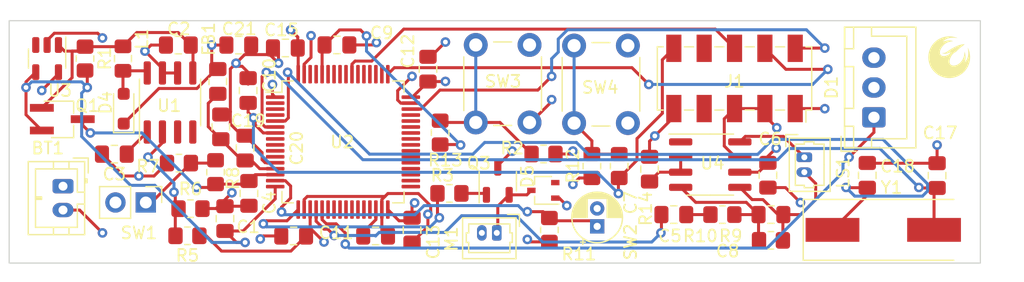
<source format=kicad_pcb>
(kicad_pcb (version 20221018) (generator pcbnew)
  (layers (0 "F.Cu" signal) (1 "In1.Cu" signal) (2 "In2.Cu" signal) (31 "B.Cu" signal) (34 "B.Paste" user) (35 "F.Paste" user) (36 "B.SilkS" user "B.Silkscreen") (37 "F.SilkS" user "F.Silkscreen") (38 "B.Mask" user) (39 "F.Mask" user) (44 "Edge.Cuts" user))
  (net 0 "")
  (net 1 "Net-(U4-Vo-)")
  (net 2 "Net-(U4-Vo+)")
  (net 3 "/LED")
  (net 4 "GND")
  (net 5 "Net-(U2-PH1)")
  (net 6 "Net-(Q3-G)")
  (net 7 "Net-(U2-PH0)")
  (net 8 "+3V8")
  (net 9 "+3V0")
  (net 10 "/on_off_switch")
  (net 11 "/Motor")
  (net 12 "/Speaker")
  (net 13 "Net-(R7-Pad1)")
  (net 14 "/Switch")
  (net 15 "Net-(U4-In-)")
  (net 16 "Net-(C5-Pad2)")
  (net 17 "Net-(U1-VC)")
  (net 18 "Net-(U1-FB)")
  (net 21 "Net-(D4-A)")
  (net 22 "/boot0")
  (net 26 "VDDA")
  (net 27 "/NRST")
  (net 32 "Net-(U2-VCAP_1)")
  (net 35 "Net-(R13-Pad1)")
  (net 36 "Net-(R12-Pad2)")
  (net 37 "/Shake")
  (net 59 "/SWDIO")
  (net 60 "/SWCLK")
  (net 66 "/SWO")
  (net 74 "VDD")
  (net 76 "Net-(U4-Bypass)")
  (net 78 "Net-(D5-K)")
  (footprint "Capacitor_SMD:C_0805_2012Metric_Pad1.18x1.45mm_HandSolder" (layer "F.Cu") (at 193.36 69.077 90)
    (fp_text reference "C7")
    (fp_text value "2.2u")
  )
  (footprint "Capacitor_SMD:C_0805_2012Metric_Pad1.18x1.45mm_HandSolder" (layer "F.Cu") (at 163.576 74.676 180)
    (fp_text reference "C14" hide)
    (fp_text value ".1uF")
  )
  (footprint "Button_Switch_THT:SW_PUSH_6mm" (layer "F.Cu") (at 191.546 58.715 -90)
    (fp_text reference "SW4")
    (fp_text value "SW_Push")
  )
  (footprint "Capacitor_SMD:C_0805_2012Metric_Pad1.18x1.45mm_HandSolder" (layer "F.Cu") (at 157.226 61.722 90)
    (fp_text reference "FB1")
    (fp_text value "FerriteBead")
  )
  (footprint "Connector_Molex:Molex_PicoBlade_53047-0210_1x02_P1.25mm_Vertical" (layer "F.Cu") (at 206.314 68.081 -90)
    (fp_text reference "LS1")
    (fp_text value "Speaker")
  )
  (footprint "Resistor_SMD:R_0805_2012Metric_Pad1.20x1.40mm_HandSolder" (layer "F.Cu") (at 190.82 68.818 -90)
    (fp_text reference "R14")
    (fp_text value "1k")
  )
  (footprint "Resistor_SMD:R_0805_2012Metric_Pad1.20x1.40mm_HandSolder" (layer "F.Cu") (at 176.612 71.109)
    (fp_text reference "R3")
    (fp_text value "10k")
  )
  (footprint "Capacitor_SMD:C_0805_2012Metric_Pad1.18x1.45mm_HandSolder" (layer "F.Cu") (at 159.512 67.31 90)
    (fp_text reference "C20")
    (fp_text value "1uF")
  )
  (footprint "Resistor_SMD:R_0805_2012Metric_Pad1.20x1.40mm_HandSolder" (layer "F.Cu") (at 199.456 72.887)
    (fp_text reference "R10")
    (fp_text value "10k")
  )
  (footprint "Capacitor_SMD:C_0805_2012Metric_Pad1.18x1.45mm_HandSolder" (layer "F.Cu") (at 159.832 71.109 -90)
    (fp_text reference "C4")
    (fp_text value "1uF")
  )
  (footprint "Diode_SMD:D_SOD-323_HandSoldering" (layer "F.Cu") (at 149.352 64.008 90)
    (fp_text reference "D4")
    (fp_text value "D_Schottky")
  )
  (footprint "Capacitor_SMD:C_0805_2012Metric_Pad1.18x1.45mm_HandSolder" (layer "F.Cu") (at 173.482 74.1895 -90)
    (fp_text reference "C13")
    (fp_text value ".1uF")
  )
  (footprint "Capacitor_SMD:C_0805_2012Metric_Pad1.18x1.45mm_HandSolder" (layer "F.Cu") (at 217.424 69.6175 90)
    (fp_text reference "C17")
    (fp_text value "20pF")
  )
  (footprint "Package_SO:SOIC-8_3.9x4.9mm_P1.27mm" (layer "F.Cu") (at 153.228 63.489 90)
    (fp_text reference "U1")
    (fp_text value "LT1377CS8")
  )
  (footprint "Capacitor_SMD:C_0805_2012Metric_Pad1.18x1.45mm_HandSolder" (layer "F.Cu") (at 170.434 74.676)
    (fp_text reference "C11")
    (fp_text value "2.2u")
  )
  (footprint "Resistor_SMD:R_0805_2012Metric_Pad1.20x1.40mm_HandSolder" (layer "F.Cu") (at 203.52 75.046)
    (fp_text reference "R9")
    (fp_text value "50k")
  )
  (footprint "Package_QFP:LQFP-64_10x10mm_P0.5mm" (layer "F.Cu") (at 167.706 66.791)
    (fp_text reference "U2")
    (fp_text value "STM32F446RETx")
  )
  (footprint "Resistor_SMD:R_0805_2012Metric_Pad1.20x1.40mm_HandSolder" (layer "F.Cu") (at 175.834 66.013 -90)
    (fp_text reference "R13")
    (fp_text value "1k")
  )
  (footprint "Package_TO_SOT_SMD:SOT-23-3" (layer "F.Cu") (at 180.66 70.093 90)
    (fp_text reference "Q3")
    (fp_text value "Q_NMOS_GSD")
  )
  (footprint "Capacitor_THT:CP_Radial_D4.0mm_P1.50mm" (layer "F.Cu") (at 188.976 73.8746 90)
    (fp_text reference "SW2")
    (fp_text value "SW_DIP_x01")
  )
  (footprint "Resistor_SMD:R_0805_2012Metric_Pad1.20x1.40mm_HandSolder" (layer "F.Cu") (at 154.94 72.39)
    (fp_text reference "R6")
    (fp_text value "6.19k")
  )
  (footprint "Button_Switch_THT:SW_PUSH_6mm" (layer "F.Cu") (at 178.816 65.163 90)
    (fp_text reference "SW3")
    (fp_text value "SW_Push")
  )
  (footprint "Capacitor_SMD:C_0805_2012Metric_Pad1.18x1.45mm_HandSolder" (layer "F.Cu") (at 167.198 58.663)
    (fp_text reference "C9")
    (fp_text value "1uF")
  )
  (footprint "Capacitor_SMD:C_0805_2012Metric_Pad1.18x1.45mm_HandSolder" (layer "F.Cu") (at 211.582 69.596 90)
    (fp_text reference "C18")
    (fp_text value "20pF")
  )
  (footprint "Resistor_SMD:R_0805_2012Metric_Pad1.20x1.40mm_HandSolder" (layer "F.Cu") (at 157.038 69.331 -90)
    (fp_text reference "R8")
    (fp_text value "1k")
  )
  (footprint "Connector_Molex:Molex_PicoBlade_53047-0210_1x02_P1.25mm_Vertical" (layer "F.Cu") (at 180.574 74.422 180)
    (fp_text reference "M1")
    (fp_text value "Motor_DC")
  )
  (footprint "Resistor_SMD:R_0805_2012Metric_Pad1.20x1.40mm_HandSolder" (layer "F.Cu") (at 154.686 74.665 180)
    (fp_text reference "R5")
    (fp_text value "12k")
  )
  (footprint "Package_TO_SOT_SMD:SOT-23-5" (layer "F.Cu") (at 142.941 59.806 -90)
    (fp_text reference "U3")
    (fp_text value "AP22814AW5")
  )
  (footprint "Capacitor_SMD:C_0805_2012Metric_Pad1.18x1.45mm_HandSolder" (layer "F.Cu") (at 174.818 60.695 90)
    (fp_text reference "C12")
    (fp_text value ".1uF")
  )
  (footprint "Capacitor_SMD:C_0805_2012Metric_Pad1.18x1.45mm_HandSolder" (layer "F.Cu") (at 203.266 69.585 -90)
    (fp_text reference "C6")
    (fp_text value "1u")
  )
  (footprint "Package_TO_SOT_SMD:TSOT-23_HandSoldering" (layer "F.Cu") (at 144.211 64.886)
    (fp_text reference "Q1")
    (fp_text value "Q_PMOS_GSD")
  )
  (footprint "Resistor_SMD:R_0805_2012Metric_Pad1.20x1.40mm_HandSolder" (layer "F.Cu") (at 153.974 68.569 180)
    (fp_text reference "R7")
    (fp_text value "10k")
  )
  (footprint "Resistor_SMD:R_0805_2012Metric_Pad1.20x1.40mm_HandSolder" (layer "F.Cu") (at 184.978 74.173 -90)
    (fp_text reference "R11")
    (fp_text value "10k")
  )
  (footprint "Connector_JST:JST_XH_B3B-XH-A_1x03_P2.50mm_Vertical" (layer "F.Cu") (at 212.139 64.73 90)
    (fp_text reference "D1")
    (fp_text value "~")
  )
  (footprint "Inductor_SMD:L_0805_2012Metric_Pad1.15x1.40mm_HandSolder" (layer "F.Cu") (at 149.291 59.806 -90)
    (fp_text reference "L1")
    (fp_text value "4.7u")
  )
  (footprint "Capacitor_SMD:C_0805_2012Metric_Pad1.18x1.45mm_HandSolder" (layer "F.Cu") (at 157.828637 73.22324 90)
    (fp_text reference "C1")
    (fp_text value "1uF")
  )
  (footprint "Connector_PinHeader_2.54mm:PinHeader_1x02_P2.54mm_Vertical" (layer "F.Cu") (at 151.201 71.871 -90)
    (fp_text reference "SW1")
    (fp_text value "SW_Push")
  )
  (footprint "Connector_Samtec_HLE_SMD:Samtec_HLE-105-02-xxx-DV_2x05_P2.54mm_Horizontal" (layer "F.Cu") (at 200.472 61.472 180)
    (fp_text reference "J1")
    (fp_text value "Conn_ARM_JTAG_SWD_10")
  )
  (footprint "Resistor_SMD:R_0805_2012Metric_Pad1.20x1.40mm_HandSolder" (layer "F.Cu") (at 184.486 67.807)
    (fp_text reference "R2")
    (fp_text value "10k")
  )
  (footprint "Capacitor_SMD:C_0805_2012Metric_Pad1.18x1.45mm_HandSolder" (layer "F.Cu") (at 159.766 62.484 -90)
    (fp_text reference "C10")
    (fp_text value "1uF")
  )
  (footprint "Capacitor_SMD:C_0805_2012Metric_Pad1.18x1.45mm_HandSolder" (layer "F.Cu") (at 162.88 58.917 180)
    (fp_text reference "C15")
    (fp_text value ".1uF")
  )
  (footprint "Crystal:Crystal_SMD_HC49-SD" (layer "F.Cu") (at 212.92 74.168)
    (fp_text reference "Y1")
    (fp_text value "Crystal")
  )
  (footprint "Capacitor_SMD:C_0805_2012Metric_Pad1.18x1.45mm_HandSolder" (layer "F.Cu") (at 203.52 72.887 180)
    (fp_text reference "C8")
    (fp_text value "5p")
  )
  (footprint "Capacitor_SMD:C_0805_2012Metric_Pad1.18x1.45mm_HandSolder" (layer "F.Cu") (at 195.392 72.887)
    (fp_text reference "C5")
    (fp_text value ".47u")
  )
  (footprint "Resistor_SMD:R_0805_2012Metric_Pad1.20x1.40mm_HandSolder" (layer "F.Cu") (at 188.534 68.818 90)
    (fp_text reference "R12")
    (fp_text value "10k")
  )
  (footprint "Capacitor_SMD:C_0805_2012Metric_Pad1.18x1.45mm_HandSolder" (layer "F.Cu") (at 148.5685 67.818 180)
    (fp_text reference "C3")
    (fp_text value ".047u")
  )
  (footprint "Package_TO_SOT_SMD:SOT-323_SC-70" (layer "F.Cu") (at 184.47 70.855 180)
    (fp_text reference "D5")
    (fp_text value "BAS16W")
  )
  (footprint "Capacitor_SMD:C_0805_2012Metric_Pad1.18x1.45mm_HandSolder" (layer "F.Cu") (at 157.48 65.532 90)
    (fp_text reference "C19")
    (fp_text value "10nF")
  )
  (footprint "Resistor_SMD:R_0805_2012Metric_Pad1.20x1.40mm_HandSolder" (layer "F.Cu") (at 146.116 59.806 -90)
    (fp_text reference "R1")
    (fp_text value "2k")
  )
  (footprint "Capacitor_SMD:C_0805_2012Metric_Pad1.18x1.45mm_HandSolder" (layer "F.Cu") (at 153.924 58.674 180)
    (fp_text reference "C2")
    (fp_text value "22u")
  )
  (footprint "Graphics:Phoenix_Graphic" (layer "F.Cu") (at 218.44 59.69)
    (fp_text reference "REF**" hide)
    (fp_text value "Phoenix_Graphic")
  )
  (footprint "Package_SO:SOIC-8_3.9x4.9mm_P1.27mm" (layer "F.Cu") (at 198.44 68.696)
    (fp_text reference "U4")
    (fp_text value "~")
  )
  (footprint "Capacitor_SMD:C_0805_2012Metric_Pad1.18x1.45mm_HandSolder" (layer "F.Cu") (at 158.9825 58.674)
    (fp_text reference "C21")
    (fp_text value "1uF")
  )
  (footprint "Connector_JST:JST_PH_B2B-PH-K_1x02_P2.00mm_Vertical" (layer "F.Cu") (at 144.272 70.506 -90)
    (fp_text reference "BT1")
    (fp_text value "Battery_Cell")
  )
  (gr_rect (start 139.766 56.631) (end 221.046 76.951) (stroke (width 0.1)) (fill none) (layer "Edge.Cuts"))
  (segment (start 200.915 66.791) (end 201.375 66.331) (width 0.25) (layer "F.Cu") (net 1))
  (segment (start 204.564 66.331) (end 206.314 68.081) (width 0.25) (layer "F.Cu") (net 1))
  (segment (start 201.375 66.331) (end 204.564 66.331) (width 0.25) (layer "F.Cu") (net 1))
  (segment (start 204.5575 72.887) (end 206.005 72.887) (width 0.25) (layer "F.Cu") (net 2))
  (segment (start 201.942 71.628) (end 200.915 70.601) (width 0.25) (layer "F.Cu") (net 2))
  (segment (start 204.52 72.9245) (end 204.5575 72.887) (width 0.25) (layer "F.Cu") (net 2))
  (segment (start 207.264 71.628) (end 207.264 70.281) (width 0.25) (layer "F.Cu") (net 2))
  (segment (start 207.264 70.281) (end 206.314 69.331) (width 0.25) (layer "F.Cu") (net 2))
  (segment (start 204.52 75.046) (end 204.52 72.9245) (width 0.25) (layer "F.Cu") (net 2))
  (segment (start 202.849173 71.628) (end 201.942 71.628) (width 0.25) (layer "F.Cu") (net 2))
  (segment (start 204.108173 72.887) (end 202.849173 71.628) (width 0.25) (layer "F.Cu") (net 2))
  (segment (start 204.5575 72.887) (end 204.108173 72.887) (width 0.25) (layer "F.Cu") (net 2))
  (segment (start 206.005 72.887) (end 207.264 71.628) (width 0.25) (layer "F.Cu") (net 2))
  (segment (start 167.132 73.66) (end 166.309315 73.66) (width 0.25) (layer "F.Cu") (net 3))
  (segment (start 165.956 73.306685) (end 165.956 72.466) (width 0.25) (layer "F.Cu") (net 3))
  (segment (start 167.894 74.422) (end 167.132 73.66) (width 0.25) (layer "F.Cu") (net 3))
  (segment (start 210.058 68.072) (end 212.139 65.991) (width 0.25) (layer "F.Cu") (net 3))
  (segment (start 166.309315 73.66) (end 165.956 73.306685) (width 0.25) (layer "F.Cu") (net 3))
  (segment (start 212.139 65.991) (end 212.139 64.973) (width 0.25) (layer "F.Cu") (net 3))
  (segment (start 167.894 75.362777) (end 167.894 74.422) (width 0.25) (layer "F.Cu") (net 3))
  (via (at 210.058 68.072) (size 0.8) (drill 0.4) (layers "F.Cu" "B.Cu") (net 3))
  (via (at 167.894 75.362777) (size 0.8) (drill 0.4) (layers "F.Cu" "B.Cu") (net 3))
  (segment (start 209.55 69.342707) (end 209.55 68.58) (width 0.25) (layer "B.Cu") (net 3))
  (segment (start 167.894 75.362777) (end 168.223223 75.692) (width 0.25) (layer "B.Cu") (net 3))
  (segment (start 209.55 68.58) (end 210.058 68.072) (width 0.25) (layer "B.Cu") (net 3))
  (segment (start 203.200707 75.692) (end 209.55 69.342707) (width 0.25) (layer "B.Cu") (net 3))
  (segment (start 168.223223 75.692) (end 203.200707 75.692) (width 0.25) (layer "B.Cu") (net 3))
  (segment (start 164.456 71.625315) (end 164.715315 71.366) (width 0.25) (layer "F.Cu") (net 4))
  (segment (start 151.638 58.674) (end 151.13 59.182) (width 0.25) (layer "F.Cu") (net 4))
  (segment (start 160.931 67.6915) (end 160.931 68.281685) (width 0.25) (layer "F.Cu") (net 4))
  (segment (start 203.012 63.997) (end 203.012 64.61029) (width 0.25) (layer "F.Cu") (net 4))
  (segment (start 145.658 72.506) (end 147.574 74.422) (width 0.25) (layer "F.Cu") (net 4))
  (segment (start 142.941 58.284249) (end 142.941 58.6685) (width 0.25) (layer "F.Cu") (net 4))
  (segment (start 193.36 66.736) (end 193.802 66.294) (width 0.25) (layer "F.Cu") (net 4))
  (segment (start 183.3395 75.173) (end 184.978 75.173) (width 0.25) (layer "F.Cu") (net 4))
  (segment (start 186.701 67.807) (end 186.944 67.564) (width 0.25) (layer "F.Cu") (net 4))
  (segment (start 204.7345 70.6225) (end 203.266 70.6225) (width 0.25) (layer "F.Cu") (net 4))
  (segment (start 152.593 60.637249) (end 152.593 61.014) (width 0.25) (layer "F.Cu") (net 4))
  (segment (start 152.593 61.014) (end 153.863 61.014) (width 0.25) (layer "F.Cu") (net 4))
  (segment (start 185.805 71.505) (end 186.436 72.136) (width 0.25) (layer "F.Cu") (net 4))
  (segment (start 150.622 69.6505) (end 151.8925 69.6505) (width 0.25) (layer "F.Cu") (net 4))
  (segment (start 162.306 60.198) (end 162.306 59.3805) (width 0.25) (layer "F.Cu") (net 4))
  (segment (start 165.029361 59.701954) (end 165.029361 57.885034) (width 0.25) (layer "F.Cu") (net 4))
  (segment (start 193.36 68.0395) (end 193.36 66.736) (width 0.25) (layer "F.Cu") (net 4))
  (segment (start 170.956 71.625315) (end 171.215315 71.366) (width 0.25) (layer "F.Cu") (net 4))
  (segment (start 183.134 74.9675) (end 183.3395 75.173) (width 0.25) (layer "F.Cu") (net 4))
  (segment (start 193.802 66.294) (end 195.392 64.704) (width 0.25) (layer "F.Cu") (net 4))
  (segment (start 199.615 64.854) (end 200.472 63.997) (width 0.25) (layer "F.Cu") (net 4))
  (segment (start 159.475 59.473) (end 158.75 60.198) (width 0.25) (layer "F.Cu") (net 4))
  (segment (start 175.023827 72.134) (end 174.009827 71.12) (width 0.25) (layer "F.Cu") (net 4))
  (segment (start 151.13 59.182) (end 151.137751 59.182) (width 0.25) (layer "F.Cu") (net 4))
  (segment (start 199.615 67.137751) (end 199.615 64.854) (width 0.25) (layer "F.Cu") (net 4))
  (segment (start 170.30706 58.663) (end 170.503636 58.466424) (width 0.25) (layer "F.Cu") (net 4))
  (segment (start 174.818 59.6575) (end 175.0385 59.6575) (width 0.25) (layer "F.Cu") (net 4))
  (segment (start 161.581 59.473) (end 159.475 59.473) (width 0.25) (layer "F.Cu") (net 4))
  (segment (start 158.276 64.262) (end 158.276 65.2905) (width 0.25) (layer "F.Cu") (net 4))
  (segment (start 200.915 68.061) (end 200.538249 68.061) (width 0.25) (layer "F.Cu") (net 4))
  (segment (start 158.406617 71.0555) (end 157.083117 72.379) (width 0.25) (layer "F.Cu") (net 4))
  (segment (start 185.486 67.807) (end 186.701 67.807) (width 0.25) (layer "F.Cu") (net 4))
  (segment (start 157.083117 72.379) (end 156.26 72.379) (width 0.25) (layer "F.Cu") (net 4))
  (segment (start 159.258 60.452) (end 158.496 60.452) (width 0.25) (layer "F.Cu") (net 4))
  (segment (start 170.956 72.466) (end 170.956 71.625315) (width 0.25) (layer "F.Cu") (net 4))
  (segment (start 174.810321 73.898679) (end 173.228 75.481) (width 0.25) (layer "F.Cu") (net 4))
  (segment (start 159.79276 72.18574) (end 159.832 72.1465) (width 0.25) (layer "F.Cu") (net 4))
  (segment (start 217.424 68.58) (end 217.424 67.056) (width 0.25) (layer "F.Cu") (net 4))
  (segment (start 164.715315 71.366) (end 171.215315 71.366) (width 0.25) (layer "F.Cu") (net 4))
  (segment (start 171.461315 71.12) (end 171.215315 71.366) (width 0.25) (layer "F.Cu") (net 4))
  (segment (start 161.036 74.676) (end 162.5385 74.676) (width 0.25) (layer "F.Cu") (net 4))
  (segment (start 200.915 68.061) (end 201.291751 68.061) (width 0.25) (layer "F.Cu") (net 4))
  (segment (start 147.574 58.0815) (end 147.1735 57.681) (width 0.25) (layer "F.Cu") (net 4))
  (segment (start 174.810321 72.8605) (end 174.810321 73.898679) (width 0.25) (layer "F.Cu") (net 4))
  (segment (start 172.281 63.281685) (end 172.540315 63.541) (width 0.25) (layer "F.Cu") (net 4))
  (segment (start 158.276 60.672) (end 158.276 64.262) (width 0.25) (layer "F.Cu") (net 4))
  (segment (start 159.766 61.9545) (end 159.766 60.96) (width 0.25) (layer "F.Cu") (net 4))
  (segment (start 171.196 74.676) (end 170.956 74.436) (width 0.25) (layer "F.Cu") (net 4))
  (segment (start 160.931 68.281685) (end 161.190315 68.541) (width 0.25) (layer "F.Cu") (net 4))
  (segment (start 195.392 64.704) (end 195.392 63.997) (width 0.25) (layer "F.Cu") (net 4))
  (segment (start 173.482 61.2945) (end 172.281 62.4955) (width 0.25) (layer "F.Cu") (net 4))
  (segment (start 159.512 66.2725) (end 160.931 67.6915) (width 0.25) (layer "F.Cu") (net 4))
  (segment (start 157.48 64.4945) (end 158.0435 64.4945) (width 0.25) (layer "F.Cu") (net 4))
  (segment (start 150.622 69.6505) (end 149.3635 69.6505) (width 0.25) (layer "F.Cu") (net 4))
  (segment (start 205.989701 71.877701) (end 204.7345 70.6225) (width 0.25) (layer "F.Cu") (net 4))
  (segment (start 162.306 60.198) (end 161.581 59.473) (width 0.25) (layer "F.Cu") (net 4))
  (segment (start 200.538249 68.061) (end 199.615 67.137751) (width 0.25) (layer "F.Cu") (net 4))
  (segment (start 217.424 68.58) (end 211.6035 68.58) (width 0.25) (layer "F.Cu") (net 4))
  (segment (start 172.540315 63.541) (end 173.381 63.541) (width 0.25) (layer "F.Cu") (net 4))
  (segment (start 158.75 60.198) (end 158.276 60.672) (width 0.25) (layer "F.Cu") (net 4))
  (segment (start 203.012 64.61029) (end 204.00821 65.6065) (width 0.25) (layer "F.Cu") (net 4))
  (segment (start 147.1735 57.681) (end 143.544249 57.681) (width 0.25) (layer "F.Cu") (net 4))
  (segment (start 157.828637 72.18574) (end 159.79276 72.18574) (width 0.25) (layer "F.Cu") (net 4))
  (segment (start 175.043 72.134) (end 175.023827 72.134) (width 0.25) (layer "F.Cu") (net 4))
  (segment (start 159.766 60.96) (end 159.258 60.452) (width 0.25) (layer "F.Cu") (net 4))
  (segment (start 175.0385 59.6575) (end 176.276 58.42) (width 0.25) (layer "F.Cu") (net 4))
  (segment (start 164.456 61.116) (end 164.456 60.275315) (width 0.25) (layer "F.Cu") (net 4))
  (segment (start 152.8865 58.674) (end 151.638 58.674) (width 0.25) (layer "F.Cu") (net 4))
  (segment (start 161.190315 68.541) (end 162.031 68.541) (width 0.25) (layer "F.Cu") (net 4))
  (segment (start 151.8925 69.6505) (end 152.974 68.569) (width 0.25) (layer "F.Cu") (net 4))
  (segment (start 158.276 65.2905) (end 158.993 66.0075) (width 0.25) (layer "F.Cu") (net 4))
  (segment (start 185.47 71.505) (end 185.805 71.505) (width 0.25) (layer "F.Cu") (net 4))
  (segment (start 175.043 72.627821) (end 175.043 72.134) (width 0.25) (layer "F.Cu") (net 4))
  (segment (start 160.782 74.93) (end 161.036 74.676) (width 0.25) (layer "F.Cu") (net 4))
  (segment (start 164.456 72.466) (end 164.456 71.625315) (width 0.25) (layer "F.Cu") (net 4))
  (segment (start 172.281 62.4955) (end 172.281 63.281685) (width 0.25) (layer "F.Cu") (net 4))
  (segment (start 162.306 59.3805) (end 161.8425 58.917) (width 0.25) (layer "F.Cu") (net 4))
  (segment (start 158.993 66.0075) (end 159.832 66.0075) (width 0.25) (layer "F.Cu") (net 4))
  (segment (start 143.544249 57.681) (end 142.941 58.284249) (width 0.25) (layer "F.Cu") (net 4))
  (segment (start 149.3635 69.6505) (end 147.531 67.818) (width 0.25) (layer "F.Cu") (net 4))
  (segment (start 211.6035 68.58) (end 211.582 68.5585) (width 0.25) (layer "F.Cu") (net 4))
  (segment (start 170.956 74.436) (end 170.956 72.466) (width 0.25) (layer "F.Cu") (net 4))
  (segment (start 151.137751 59.182) (end 152.593 60.637249) (width 0.25) (layer "F.Cu") (net 4))
  (segment (start 144.211 72.506) (end 145.658 72.506) (width 0.25) (layer "F.Cu") (net 4))
  (segment (start 174.810321 72.8605) (end 175.043 72.627821) (width 0.25) (layer "F.Cu") (net 4))
  (segment (start 200.472 63.997) (end 203.012 63.997) (width 0.25) (layer "F.Cu") (net 4))
  (segment (start 164.456 60.275315) (end 165.029361 59.701954) (width 0.25) (layer "F.Cu") (net 4))
  (segment (start 174.009827 71.12) (end 171.461315 71.12) (width 0.25) (layer "F.Cu") (net 4))
  (segment (start 158.0435 64.4945) (end 158.276 64.262) (width 0.25) (layer "F.Cu") (net 4))
  (segment (start 168.2355 58.663) (end 170.30706 58.663) (width 0.25) (layer "F.Cu") (net 4))
  (via (at 186.944 67.564) (size 0.8) (drill 0.4) (layers "F.Cu" "B.Cu") (net 4))
  (via (at 158.406617 71.0555) (size 0.8) (drill 0.4) (layers "F.Cu" "B.Cu") (net 4))
  (via (at 162.306 60.198) (size 0.8) (drill 0.4) (layers "F.Cu" "B.Cu") (net 4))
  (via (at 147.574 74.422) (size 0.8) (drill 0.4) (layers "F.Cu" "B.Cu") (net 4))
  (via (at 217.424 67.056) (size 0.8) (drill 0.4) (layers "F.Cu" "B.Cu") (net 4))
  (via (at 173.482 61.2945) (size 0.8) (drill 0.4) (layers "F.Cu" "B.Cu") (net 4))
  (via (at 160.782 74.93) (size 0.8) (drill 0.4) (layers "F.Cu" "B.Cu") (net 4))
  (via (at 204.00821 65.6065) (size 0.8) (drill 0.4) (layers "F.Cu" "B.Cu") (net 4))
  (via (at 193.802 66.294) (size 0.8) (drill 0.4) (layers "F.Cu" "B.Cu") (net 4))
  (via (at 176.276 58.42) (size 0.8) (drill 0.4) (layers "F.Cu" "B.Cu") (net 4))
  (via (at 183.134 74.9675) (size 0.8) (drill 0.4) (layers "F.Cu" "B.Cu") (net 4))
  (via (at 205.989701 71.877701) (size 0.8) (drill 0.4) (layers "F.Cu" "B.Cu") (net 4))
  (via (at 170.503636 58.466424) (size 0.8) (drill 0.4) (layers "F.Cu" "B.Cu") (net 4))
  (via (at 147.574 58.0815) (size 0.8) (drill 0.4) (layers "F.Cu" "B.Cu") (net 4))
  (via (at 150.622 69.6505) (size 0.8) (drill 0.4) (layers "F.Cu" "B.Cu") (net 4))
  (via (at 158.75 60.198) (size 0.8) (drill 0.4) (layers "F.Cu" "B.Cu") (net 4))
  (via (at 186.436 72.136) (size 0.8) (drill 0.4) (layers "F.Cu" "B.Cu") (net 4))
  (via (at 151.13 59.182) (size 0.8) (drill 0.4) (layers "F.Cu" "B.Cu") (net 4))
  (via (at 165.029361 57.885034) (size 0.8) (drill 0.4) (layers "F.Cu" "B.Cu") (net 4))
  (via (at 174.810321 72.8605) (size 0.8) (drill 0.4) (layers "F.Cu" "B.Cu") (net 4))
  (segment (start 162.031 65.541) (end 161.190315 65.541) (width 0.25) (layer "F.Cu") (net 5))
  (segment (start 217.17 70.909) (end 217.17 74.168) (width 0.25) (layer "F.Cu") (net 5))
  (segment (start 217.424 70.655) (end 217.17 70.909) (width 0.25) (layer "F.Cu") (net 5))
  (segment (start 160.931 65.281685) (end 160.931 61.319) (width 0.25) (layer "F.Cu") (net 5))
  (segment (start 161.190315 65.541) (end 160.931 65.281685) (width 0.25) (layer "F.Cu") (net 5))
  (segment (start 160.931 61.319) (end 161.29 60.96) (width 0.25) (layer "F.Cu") (net 5))
  (segment (start 215.943 70.655) (end 215.9 70.612) (width 0.25) (layer "F.Cu") (net 5))
  (segment (start 217.424 70.655) (end 215.943 70.655) (width 0.25) (layer "F.Cu") (net 5))
  (via (at 215.9 70.612) (size 0.8) (drill 0.4) (layers "F.Cu" "B.Cu") (net 5))
  (via (at 161.29 60.96) (size 0.8) (drill 0.4) (layers "F.Cu" "B.Cu") (net 5))
  (segment (start 204.070695 68.289) (end 205.012695 67.347) (width 0.25) (layer "B.Cu") (net 5))
  (segment (start 162.042695 60.96) (end 169.371695 68.289) (width 0.25) (layer "B.Cu") (net 5))
  (segment (start 205.012695 67.347) (end 212.635 67.347) (width 0.25) (layer "B.Cu") (net 5))
  (segment (start 212.635 67.347) (end 215.9 70.612) (width 0.25) (layer "B.Cu") (net 5))
  (segment (start 169.371695 68.289) (end 204.070695 68.289) (width 0.25) (layer "B.Cu") (net 5))
  (segment (start 161.29 60.96) (end 162.042695 60.96) (width 0.25) (layer "B.Cu") (net 5))
  (segment (start 177.612 71.109) (end 179.5885 71.109) (width 0.25) (layer "F.Cu") (net 6))
  (segment (start 179.5885 71.109) (end 179.71 71.2305) (width 0.25) (layer "F.Cu") (net 6))
  (segment (start 162.871685 65.041) (end 162.031 65.041) (width 0.25) (layer "F.Cu") (net 7))
  (segment (start 211.582 71.256) (end 208.67 74.168) (width 0.25) (layer "F.Cu") (net 7))
  (segment (start 209.8255 70.6335) (end 209.804 70.612) (width 0.25) (layer "F.Cu") (net 7))
  (segment (start 211.582 70.6335) (end 211.582 71.256) (width 0.25) (layer "F.Cu") (net 7))
  (segment (start 163.131 61.023) (end 163.131 64.781685) (width 0.25) (layer "F.Cu") (net 7))
  (segment (start 163.131 64.781685) (end 162.871685 65.041) (width 0.25) (layer "F.Cu") (net 7))
  (segment (start 211.582 70.6335) (end 209.8255 70.6335) (width 0.25) (layer "F.Cu") (net 7))
  (segment (start 163.068 60.96) (end 163.131 61.023) (width 0.25) (layer "F.Cu") (net 7))
  (via (at 209.804 70.612) (size 0.8) (drill 0.4) (layers "F.Cu" "B.Cu") (net 7))
  (via (at 163.068 60.96) (size 0.8) (drill 0.4) (layers "F.Cu" "B.Cu") (net 7))
  (segment (start 187.244305 66.839) (end 179.562 66.839) (width 0.25) (layer "B.Cu") (net 7))
  (segment (start 178.583 67.818) (end 169.926 67.818) (width 0.25) (layer "B.Cu") (net 7))
  (segment (start 216.200305 71.337) (end 216.625 70.912305) (width 0.25) (layer "B.Cu") (net 7))
  (segment (start 179.562 66.839) (end 178.583 67.818) (width 0.25) (layer "B.Cu") (net 7))
  (segment (start 210.529 71.337) (end 216.200305 71.337) (width 0.25) (layer "B.Cu") (net 7))
  (segment (start 202.407695 67.839) (end 188.244305 67.839) (width 0.25) (layer "B.Cu") (net 7))
  (segment (start 169.926 67.818) (end 163.068 60.96) (width 0.25) (layer "B.Cu") (net 7))
  (segment (start 188.244305 67.839) (end 187.244305 66.839) (width 0.25) (layer "B.Cu") (net 7))
  (segment (start 203.661695 66.585) (end 202.407695 67.839) (width 0.25) (layer "B.Cu") (net 7))
  (segment (start 216.625 70.311695) (end 212.898305 66.585) (width 0.25) (layer "B.Cu") (net 7))
  (segment (start 209.804 70.612) (end 210.529 71.337) (width 0.25) (layer "B.Cu") (net 7))
  (segment (start 216.625 70.912305) (end 216.625 70.311695) (width 0.25) (layer "B.Cu") (net 7))
  (segment (start 212.898305 66.585) (end 203.661695 66.585) (width 0.25) (layer "B.Cu") (net 7))
  (segment (start 166.116 75.184) (end 164.956 74.024) (width 0.25) (layer "F.Cu") (net 8))
  (segment (start 203.266 68.006) (end 203.266 68.5475) (width 0.25) (layer "F.Cu") (net 8))
  (segment (start 176.2655 61.7325) (end 176.276 61.722) (width 0.25) (layer "F.Cu") (net 8))
  (segment (start 203.266 68.5475) (end 202.4825 69.331) (width 0.25) (layer "F.Cu") (net 8))
  (segment (start 173.698009 71.902088) (end 173.482 72.118097) (width 0.25) (layer "F.Cu") (net 8))
  (segment (start 156.718 58.674) (end 157.945 58.674) (width 0.25) (layer "F.Cu") (net 8))
  (segment (start 163.3435 75.946) (end 164.6135 74.676) (width 0.25) (layer "F.Cu") (net 8))
  (segment (start 173.482 72.118097) (end 173.482 73.152) (width 0.25) (layer "F.Cu") (net 8))
  (segment (start 163.956 61.116) (end 163.956 58.9555) (width 0.25) (layer "F.Cu") (net 8))
  (segment (start 185.166 63.246) (end 185.166 63.415) (width 0.25) (layer "F.Cu") (net 8))
  (segment (start 152.296 62.314) (end 149.352 65.258) (width 0.25) (layer "F.Cu") (net 8))
  (segment (start 163.9175 57.9995) (end 163.322 57.404) (width 0.25) (layer "F.Cu") (net 8))
  (segment (start 157.541 75.946) (end 156.26 74.665) (width 0.25) (layer "F.Cu") (net 8))
  (segment (start 163.9175 58.917) (end 163.9175 57.9995) (width 0.25) (layer "F.Cu") (net 8))
  (segment (start 202.4825 69.331) (end 200.915 69.331) (width 0.25) (layer "F.Cu") (net 8))
  (segment (start 155.479751 62.314) (end 152.296 62.314) (width 0.25) (layer "F.Cu") (net 8))
  (segment (start 188.534 69.818) (end 187.484 69.818) (width 0.25) (layer "F.Cu") (net 8))
  (segment (start 181.864 67.564) (end 180.66 68.768) (width 0.25) (layer "F.Cu") (net 8))
  (segment (start 180.66 68.768) (end 180.66 68.9555) (width 0.25) (layer "F.Cu") (net 8))
  (segment (start 157.2045 60.589251) (end 155.479751 62.314) (width 0.25) (layer "F.Cu") (net 8))
  (segment (start 163.956 58.9555) (end 163.9175 58.917) (width 0.25) (layer "F.Cu") (net 8))
  (segment (start 161.798 62.808) (end 162.031 63.041) (width 0.25) (layer "F.Cu") (net 8))
  (segment (start 185.166 63.415) (end 183.418 65.163) (width 0.25) (layer "F.Cu") (net 8))
  (segment (start 208.015 63.997) (end 208.026 64.008) (width 0.25) (layer "F.Cu") (net 8))
  (segment (start 205.552 63.997) (end 208.015 63.997) (width 0.25) (layer "F.Cu") (net 8))
  (segment (start 172.396 73.406) (end 171.456 72.466) (width 0.25) (layer "F.Cu") (net 8))
  (segment (start 164.956 74.024) (end 164.956 72.466) (width 0.25) (layer "F.Cu") (net 8))
  (segment (start 156.718 58.674) (end 156.718 60.6845) (width 0.25) (layer "F.Cu") (net 8))
  (segment (start 173.5095 63.041) (end 174.818 61.7325) (width 0.25) (layer "F.Cu") (net 8))
  (segment (start 157.541 75.946) (end 163.3435 75.946) (width 0.25) (layer "F.Cu") (net 8))
  (segment (start 161.798 61.976) (end 161.798 62.808) (width 0.25) (layer "F.Cu") (net 8))
  (segment (start 187.484 69.818) (end 186.944 70.358) (width 0.25) (layer "F.Cu") (net 8))
  (segment (start 173.381 63.041) (end 173.5095 63.041) (width 0.25) (layer "F.Cu") (net 8))
  (segment (start 174.818 61.7325) (end 176.2655 61.7325) (width 0.25) (layer "F.Cu") (net 8))
  (segment (start 173.228 73.406) (end 172.396 73.406) (width 0.25) (layer "F.Cu") (net 8))
  (segment (start 203.962 67.31) (end 203.266 68.006) (width 0.25) (layer "F.Cu") (net 8))
  (via (at 156.718 58.674) (size 0.8) (drill 0.4) (layers "F.Cu" "B.Cu") (net 8))
  (via (at 186.944 70.358) (size 0.8) (drill 0.4) (layers "F.Cu" "B.Cu") (net 8))
  (via (at 208.026 64.008) (size 0.8) (drill 0.4) (layers "F.Cu" "B.Cu") (net 8))
  (via (at 181.864 67.564) (size 0.8) (drill 0.4) (layers "F.Cu" "B.Cu") (net 8))
  (via (at 173.698009 71.902088) (size 0.8) (drill 0.4) (layers "F.Cu" "B.Cu") (net 8))
  (via (at 203.962 67.31) (size 0.8) (drill 0.4) (layers "F.Cu" "B.Cu") (net 8))
  (via (at 166.116 75.184) (size 0.8) (drill 0.4) (layers "F.Cu" "B.Cu") (net 8))
  (via (at 163.322 57.404) (size 0.8) (drill 0.4) (layers "F.Cu" "B.Cu") (net 8))
  (via (at 185.166 63.246) (size 0.8) (drill 0.4) (layers "F.Cu" "B.Cu") (net 8))
  (via (at 176.276 61.722) (size 0.8) (drill 0.4) (layers "F.Cu" "B.Cu") (net 8))
  (via (at 161.798 61.976) (size 0.8) (drill 0.4) (layers "F.Cu" "B.Cu") (net 8))
  (segment (start 155.151 60.996) (end 155.133 61.014) (width 0.25) (layer "F.Cu") (net 9))
  (segment (start 145.034 61.403) (end 145.034 59.182) (width 0.25) (layer "F.Cu") (net 9))
  (segment (start 155.044 58.781) (end 155.151 58.674) (width 0.25) (layer "F.Cu") (net 9))
  (segment (start 146.116 58.806) (end 149.266 58.806) (width 0.25) (layer "F.Cu") (net 9))
  (segment (start 155.151 58.674) (end 155.151 60.996) (width 0.25) (layer "F.Cu") (net 9))
  (segment (start 153.9115 57.624) (end 154.9615 58.674) (width 0.25) (layer "F.Cu") (net 9))
  (segment (start 149.266 58.806) (end 149.291 58.781) (width 0.25) (layer "F.Cu") (net 9))
  (segment (start 142.501 63.936) (end 145.034 61.403) (width 0.25) (layer "F.Cu") (net 9))
  (segment (start 145.034 59.182) (end 145.74 59.182) (width 0.25) (layer "F.Cu") (net 9))
  (segment (start 146.116 58.806) (end 145.74 59.182) (width 0.25) (layer "F.Cu") (net 9))
  (segment (start 149.291 58.781) (end 150.448 57.624) (width 0.25) (layer "F.Cu") (net 9))
  (segment (start 150.448 57.624) (end 153.9115 57.624) (width 0.25) (layer "F.Cu") (net 9))
  (segment (start 145.74 59.182) (end 144.4045 59.182) (width 0.25) (layer "F.Cu") (net 9))
  (segment (start 144.4045 59.182) (end 143.891 58.6685) (width 0.25) (layer "F.Cu") (net 9))
  (segment (start 146.304 62.23) (end 146.304 60.994) (width 0.25) (layer "F.Cu") (net 10))
  (segment (start 159.512 75.2215) (end 158.789397 75.2215) (width 0.25) (layer "F.Cu") (net 10))
  (segment (start 141.176 64.511) (end 142.501 65.836) (width 0.25) (layer "F.Cu") (net 10))
  (segment (start 162.031 71.573173) (end 162.031 70.541) (width 0.25) (layer "F.Cu") (net 10))
  (segment (start 141.991 60.9435) (end 141.176 61.7585) (width 0.25) (layer "F.Cu") (net 10))
  (segment (start 157.828637 74.26074) (end 159.343433 74.26074) (width 0.25) (layer "F.Cu") (net 10))
  (segment (start 158.789397 75.2215) (end 157.828637 74.26074) (width 0.25) (layer "F.Cu") (net 10))
  (segment (start 146.304 60.994) (end 146.116 60.806) (width 0.25) (layer "F.Cu") (net 10))
  (segment (start 141.991 61.415) (end 141.991 60.9435) (width 0.25) (layer "F.Cu") (net 10))
  (segment (start 141.176 61.7585) (end 141.176 64.511) (width 0.25) (layer "F.Cu") (net 10))
  (segment (start 159.343433 74.26074) (end 162.031 71.573173) (width 0.25) (layer "F.Cu") (net 10))
  (via (at 141.176 62.23) (size 0.8) (drill 0.4) (layers "F.Cu" "B.Cu") (net 10))
  (via (at 159.512 75.2215) (size 0.8) (drill 0.4) (layers "F.Cu" "B.Cu") (net 10))
  (via (at 146.304 62.23) (size 0.8) (drill 0.4) (layers "F.Cu" "B.Cu") (net 10))
  (segment (start 145.833 62.701) (end 145.833 66.340305) (width 0.25) (layer "B.Cu") (net 10))
  (segment (start 141.647 61.759) (end 145.833 61.759) (width 0.25) (layer "B.Cu") (net 10))
  (segment (start 151.957891 70.433196) (end 156.746195 75.2215) (width 0.25) (layer "B.Cu") (net 10))
  (segment (start 146.304 62.23) (end 145.833 62.701) (width 0.25) (layer "B.Cu") (net 10))
  (segment (start 141.176 62.23) (end 141.647 61.759) (width 0.25) (layer "B.Cu") (net 10))
  (segment (start 145.833 61.759) (end 146.304 62.23) (width 0.25) (layer "B.Cu") (net 10))
  (segment (start 156.746195 75.2215) (end 159.512 75.2215) (width 0.25) (layer "B.Cu") (net 10))
  (segment (start 145.833 66.340305) (end 149.925891 70.433196) (width 0.25) (layer "B.Cu") (net 10))
  (segment (start 149.925891 70.433196) (end 151.957891 70.433196) (width 0.25) (layer "B.Cu") (net 10))
  (segment (start 161.29 73.406) (end 163.016 73.406) (width 0.25) (layer "F.Cu") (net 11))
  (segment (start 175.768 73.152) (end 175.612 72.996) (width 0.25) (layer "F.Cu") (net 11))
  (segment (start 175.612 72.996) (end 175.612 71.109) (width 0.25) (layer "F.Cu") (net 11))
  (segment (start 163.016 73.406) (end 163.956 72.466) (width 0.25) (layer "F.Cu") (net 11))
  (segment (start 161.036 73.66) (end 161.29 73.406) (width 0.25) (layer "F.Cu") (net 11))
  (via (at 161.036 73.66) (size 0.8) (drill 0.4) (layers "F.Cu" "B.Cu") (net 11))
  (via (at 175.768 73.152) (size 0.8) (drill 0.4) (layers "F.Cu" "B.Cu") (net 11))
  (segment (start 175.768 73.152) (end 175.006 73.914) (width 0.25) (layer "B.Cu") (net 11))
  (segment (start 175.006 73.914) (end 161.29 73.914) (width 0.25) (layer "B.Cu") (net 11))
  (segment (start 161.29 73.914) (end 161.036 73.66) (width 0.25) (layer "B.Cu") (net 11))
  (segment (start 166.435344 74.11) (end 166.122919 74.11) (width 0.25) (layer "F.Cu") (net 12))
  (segment (start 194.3545 72.887) (end 194.3545 74.3775) (width 0.25) (layer "F.Cu") (net 12))
  (segment (start 166.963844 74.6385) (end 166.435344 74.11) (width 0.25) (layer "F.Cu") (net 12))
  (segment (start 165.456 73.443081) (end 165.456 72.466) (width 0.25) (layer "F.Cu") (net 12))
  (segment (start 194.3545 74.3775) (end 194.31 74.422) (width 0.25) (layer "F.Cu") (net 12))
  (segment (start 166.122919 74.11) (end 165.456 73.443081) (width 0.25) (layer "F.Cu") (net 12))
  (via (at 166.963844 74.6385) (size 0.8) (drill 0.4) (layers "F.Cu" "B.Cu") (net 12))
  (via (at 194.31 74.422) (size 0.8) (drill 0.4) (layers "F.Cu" "B.Cu") (net 12))
  (segment (start 170.434 74.676) (end 170.729411 74.380589) (width 0.25) (layer "B.Cu") (net 12))
  (segment (start 166.963844 74.6385) (end 166.964067 74.638277) (width 0.25) (layer "B.Cu") (net 12))
  (segment (start 176.23471 74.380589) (end 177.633299 72.982) (width 0.25) (layer "B.Cu") (net 12))
  (segment (start 182.202 72.982) (end 184.404 75.184) (width 0.25) (layer "B.Cu") (net 12))
  (segment (start 193.548 75.184) (end 194.31 74.422) (width 0.25) (layer "B.Cu") (net 12))
  (segment (start 170.396277 74.638277) (end 170.434 74.676) (width 0.25) (layer "B.Cu") (net 12))
  (segment (start 177.633299 72.982) (end 182.202 72.982) (width 0.25) (layer "B.Cu") (net 12))
  (segment (start 184.404 75.184) (end 193.548 75.184) (width 0.25) (layer "B.Cu") (net 12))
  (segment (start 170.729411 74.380589) (end 176.23471 74.380589) (width 0.25) (layer "B.Cu") (net 12))
  (segment (start 166.964067 74.638277) (end 170.396277 74.638277) (width 0.25) (layer "B.Cu") (net 12))
  (segment (start 156.8 68.569) (end 157.038 68.331) (width 0.25) (layer "F.Cu") (net 13))
  (segment (start 154.974 68.569) (end 156.8 68.569) (width 0.25) (layer "F.Cu") (net 13))
  (segment (start 151.201 71.871) (end 151.672 71.871) (width 0.25) (layer "F.Cu") (net 13))
  (segment (start 151.672 71.871) (end 154.974 68.569) (width 0.25) (layer "F.Cu") (net 13))
  (segment (start 160.3625 69.541) (end 162.031 69.541) (width 0.25) (layer "F.Cu") (net 14))
  (segment (start 145.921 64.886) (end 145.921 65.403) (width 0.25) (layer "F.Cu") (net 14))
  (segment (start 145.921 65.403) (end 146.558 66.04) (width 0.25) (layer "F.Cu") (net 14))
  (segment (start 159.5725 70.331) (end 159.832 70.0715) (width 0.25) (layer "F.Cu") (net 14))
  (segment (start 159.832 70.0715) (end 160.3625 69.541) (width 0.25) (layer "F.Cu") (net 14))
  (segment (start 156.757 70.612) (end 157.038 70.331) (width 0.25) (layer "F.Cu") (net 14))
  (segment (start 157.038 70.331) (end 159.5725 70.331) (width 0.25) (layer "F.Cu") (net 14))
  (segment (start 155.448 70.612) (end 156.757 70.612) (width 0.25) (layer "F.Cu") (net 14))
  (via (at 146.558 66.04) (size 0.8) (drill 0.4) (layers "F.Cu" "B.Cu") (net 14))
  (via (at 155.448 70.612) (size 0.8) (drill 0.4) (layers "F.Cu" "B.Cu") (net 14))
  (segment (start 146.558 66.04) (end 150.876 66.04) (width 0.25) (layer "B.Cu") (net 14))
  (segment (start 150.876 66.04) (end 155.448 70.612) (width 0.25) (layer "B.Cu") (net 14))
  (segment (start 202.4825 72.887) (end 202.4825 75.0085) (width 0.25) (layer "F.Cu") (net 15))
  (segment (start 202.4825 75.0085) (end 202.52 75.046) (width 0.25) (layer "F.Cu") (net 15))
  (segment (start 200.456 72.887) (end 202.4825 72.887) (width 0.25) (layer "F.Cu") (net 15))
  (segment (start 201.4575 71.862) (end 197.226 71.862) (width 0.25) (layer "F.Cu") (net 15))
  (segment (start 197.226 71.862) (end 195.965 70.601) (width 0.25) (layer "F.Cu") (net 15))
  (segment (start 202.4825 72.887) (end 201.4575 71.862) (width 0.25) (layer "F.Cu") (net 15))
  (segment (start 196.4295 72.887) (end 198.456 72.887) (width 0.25) (layer "F.Cu") (net 16))
  (segment (start 149.6275 67.6595) (end 151.323 65.964) (width 0.25) (layer "F.Cu") (net 17))
  (segment (start 149.6275 67.818) (end 149.6275 67.6595) (width 0.25) (layer "F.Cu") (net 17))
  (segment (start 151.384 68.072) (end 152.593 66.863) (width 0.25) (layer "F.Cu") (net 18))
  (segment (start 152.593 66.863) (end 152.593 65.964) (width 0.25) (layer "F.Cu") (net 18))
  (segment (start 153.67 71.12) (end 153.67 74.075) (width 0.25) (layer "F.Cu") (net 18))
  (segment (start 153.5588 71.0088) (end 153.67 71.12) (width 0.25) (layer "F.Cu") (net 18))
  (via (at 153.5588 71.0088) (size 0.8) (drill 0.4) (layers "F.Cu" "B.Cu") (net 18))
  (via (at 151.384 68.072) (size 0.8) (drill 0.4) (layers "F.Cu" "B.Cu") (net 18))
  (segment (start 153.5588 70.2468) (end 151.384 68.072) (width 0.25) (layer "B.Cu") (net 18))
  (segment (start 153.5588 71.0088) (end 153.5588 70.2468) (width 0.25) (layer "B.Cu") (net 18))
  (segment (start 151.14 60.831) (end 151.323 61.014) (width 0.25) (layer "F.Cu") (net 21))
  (segment (start 149.291 60.831) (end 151.14 60.831) (width 0.25) (layer "F.Cu") (net 21))
  (segment (start 149.291 60.831) (end 149.291 62.366) (width 0.25) (layer "F.Cu") (net 21))
  (segment (start 169.164 57.404) (end 167.4195 57.404) (width 0.25) (layer "F.Cu") (net 22))
  (segment (start 175.834 67.013) (end 177.503 67.013) (width 0.25) (layer "F.Cu") (net 22))
  (segment (start 166.1605 58.663) (end 165.956 58.8675) (width 0.25) (layer "F.Cu") (net 22))
  (segment (start 167.4195 57.404) (end 166.1605 58.663) (width 0.25) (layer "F.Cu") (net 22))
  (segment (start 165.956 58.8675) (end 165.956 61.116) (width 0.25) (layer "F.Cu") (net 22))
  (segment (start 177.503 67.013) (end 177.546 67.056) (width 0.25) (layer "F.Cu") (net 22))
  (segment (start 169.672 57.912) (end 169.164 57.404) (width 0.25) (layer "F.Cu") (net 22))
  (via (at 177.546 67.056) (size 0.8) (drill 0.4) (layers "F.Cu" "B.Cu") (net 22))
  (via (at 169.672 57.912) (size 0.8) (drill 0.4) (layers "F.Cu" "B.Cu") (net 22))
  (segment (start 169.672 57.912) (end 169.672 59.182) (width 0.25) (layer "B.Cu") (net 22))
  (segment (start 169.672 59.182) (end 177.546 67.056) (width 0.25) (layer "B.Cu") (net 22))
  (segment (start 160.02 68.326) (end 160.735 69.041) (width 0.25) (layer "F.Cu") (net 26))
  (segment (start 156.43 63.5555) (end 156.43 65.5195) (width 0.25) (layer "F.Cu") (net 26))
  (segment (start 156.43 65.5195) (end 157.48 66.5695) (width 0.25) (layer "F.Cu") (net 26))
  (segment (start 158.993 68.0825) (end 159.832 68.0825) (width 0.25) (layer "F.Cu") (net 26))
  (segment (start 157.226 62.7595) (end 156.43 63.5555) (width 0.25) (layer "F.Cu") (net 26))
  (segment (start 160.735 69.041) (end 162.031 69.041) (width 0.25) (layer "F.Cu") (net 26))
  (segment (start 159.258 68.3475) (end 157.48 66.5695) (width 0.25) (layer "F.Cu") (net 26))
  (segment (start 159.512 68.3475) (end 159.258 68.3475) (width 0.25) (layer "F.Cu") (net 26))
  (segment (start 160.356 64.9195) (end 160.356 65.36) (width 0.25) (layer "F.Cu") (net 27))
  (segment (start 194.432 59.907) (end 195.392 58.947) (width 0.25) (layer "F.Cu") (net 27))
  (segment (start 190.754 70.143) (end 190.82 70.077) (width 0.25) (layer "F.Cu") (net 27))
  (segment (start 159.766 64.3295) (end 159.766 63.9895) (width 0.25) (layer "F.Cu") (net 27))
  (segment (start 160.2065 64.77) (end 160.356 64.9195) (width 0.25) (layer "F.Cu") (net 27))
  (segment (start 190.82 69.818) (end 192.31 68.328) (width 0.25) (layer "F.Cu") (net 27))
  (segment (start 160.782 65.788) (end 161.035 66.041) (width 0.25) (layer "F.Cu") (net 27))
  (segment (start 190.754 71.12) (end 190.754 70.143) (width 0.25) (layer "F.Cu") (net 27))
  (segment (start 192.31 66.516) (end 194.432 64.394) (width 0.25) (layer "F.Cu") (net 27))
  (segment (start 194.432 64.394) (end 194.432 59.907) (width 0.25) (layer "F.Cu") (net 27))
  (segment (start 192.31 68.328) (end 192.31 66.516) (width 0.25) (layer "F.Cu") (net 27))
  (segment (start 161.035 66.041) (end 162.031 66.041) (width 0.25) (layer "F.Cu") (net 27))
  (segment (start 160.356 65.36) (end 160.782 65.786) (width 0.25) (layer "F.Cu") (net 27))
  (segment (start 160.2065 64.77) (end 159.766 64.3295) (width 0.25) (layer "F.Cu") (net 27))
  (segment (start 160.782 65.786) (end 160.782 65.788) (width 0.25) (layer "F.Cu") (net 27))
  (via (at 160.2065 64.77) (size 0.8) (drill 0.4) (layers "F.Cu" "B.Cu") (net 27))
  (via (at 190.754 71.12) (size 0.8) (drill 0.4) (layers "F.Cu" "B.Cu") (net 27))
  (segment (start 160.2065 64.77) (end 160.2065 67.2425) (width 0.25) (layer "B.Cu") (net 27))
  (segment (start 162.306 69.342) (end 188.976 69.342) (width 0.25) (layer "B.Cu") (net 27))
  (segment (start 160.2065 67.2425) (end 162.306 69.342) (width 0.25) (layer "B.Cu") (net 27))
  (segment (start 188.976 69.342) (end 190.754 71.12) (width 0.25) (layer "B.Cu") (net 27))
  (segment (start 170.456 73.306685) (end 170.456 72.466) (width 0.25) (layer "F.Cu") (net 32))
  (segment (start 169.6505 74.112185) (end 170.456 73.306685) (width 0.25) (layer "F.Cu") (net 32))
  (segment (start 169.6505 74.676) (end 169.6505 74.112185) (width 0.25) (layer "F.Cu") (net 32))
  (segment (start 178.918 65.163) (end 180.842 65.163) (width 0.25) (layer "F.Cu") (net 35))
  (segment (start 175.834 65.013) (end 175.984 65.163) (width 0.25) (layer "F.Cu") (net 35))
  (segment (start 180.842 65.163) (end 183.486 67.807) (width 0.25) (layer "F.Cu") (net 35))
  (segment (start 175.984 65.163) (end 178.918 65.163) (width 0.25) (layer "F.Cu") (net 35))
  (segment (start 178.816 65.163) (end 178.816 58.663) (width 0.25) (layer "B.Cu") (net 35))
  (segment (start 188.534 67.818) (end 190.82 67.818) (width 0.25) (layer "F.Cu") (net 36))
  (segment (start 188.534 66.703) (end 187.046 65.215) (width 0.25) (layer "F.Cu") (net 36))
  (segment (start 188.534 67.818) (end 188.534 66.703) (width 0.25) (layer "F.Cu") (net 36))
  (segment (start 187.046 65.215) (end 187.046 58.715) (width 0.25) (layer "B.Cu") (net 36))
  (segment (start 163.322 71.501) (end 163.322 70.491315) (width 0.25) (layer "F.Cu") (net 37))
  (segment (start 188.5074 73.406) (end 188.976 73.8746) (width 0.25) (layer "F.Cu") (net 37))
  (segment (start 185.211 73.406) (end 188.5074 73.406) (width 0.25) (layer "F.Cu") (net 37))
  (segment (start 162.56 72.666113) (end 162.56 72.263) (width 0.25) (layer "F.Cu") (net 37))
  (segment (start 183.134 72.644) (end 184.449 72.644) (width 0.25) (layer "F.Cu") (net 37))
  (segment (start 163.322 70.491315) (end 162.871685 70.041) (width 0.25) (layer "F.Cu") (net 37))
  (segment (start 162.871685 70.041) (end 162.031 70.041) (width 0.25) (layer "F.Cu") (net 37))
  (segment (start 162.56 72.263) (end 163.322 71.501) (width 0.25) (layer "F.Cu") (net 37))
  (segment (start 184.978 73.173) (end 185.211 73.406) (width 0.25) (layer "F.Cu") (net 37))
  (segment (start 184.449 72.644) (end 184.978 73.173) (width 0.25) (layer "F.Cu") (net 37))
  (via (at 162.56 72.666113) (size 0.8) (drill 0.4) (layers "F.Cu" "B.Cu") (net 37))
  (via (at 183.134 72.644) (size 0.8) (drill 0.4) (layers "F.Cu" "B.Cu") (net 37))
  (segment (start 174.488695 72.136) (end 173.726695 72.898) (width 0.25) (layer "B.Cu") (net 37))
  (segment (start 182.372 72.136) (end 174.488695 72.136) (width 0.25) (layer "B.Cu") (net 37))
  (segment (start 162.791887 72.898) (end 162.56 72.666113) (width 0.25) (layer "B.Cu") (net 37))
  (segment (start 182.88 72.644) (end 182.372 72.136) (width 0.25) (layer "B.Cu") (net 37))
  (segment (start 183.134 72.644) (end 182.88 72.644) (width 0.25) (layer "B.Cu") (net 37))
  (segment (start 173.726695 72.898) (end 162.791887 72.898) (width 0.25) (layer "B.Cu") (net 37))
  (segment (start 175.815685 62.447) (end 174.221685 64.041) (width 0.25) (layer "F.Cu") (net 59))
  (segment (start 208.026 58.928) (end 205.571 58.928) (width 0.25) (layer "F.Cu") (net 59))
  (segment (start 174.221685 64.041) (end 173.381 64.041) (width 0.25) (layer "F.Cu") (net 59))
  (segment (start 205.571 58.928) (end 205.552 58.947) (width 0.25) (layer "F.Cu") (net 59))
  (segment (start 185.166 61.2945) (end 184.0135 62.447) (width 0.25) (layer "F.Cu") (net 59))
  (segment (start 184.0135 62.447) (end 175.815685 62.447) (width 0.25) (layer "F.Cu") (net 59))
  (via (at 185.166 61.2945) (size 0.8) (drill 0.4) (layers "F.Cu" "B.Cu") (net 59))
  (via (at 208.026 58.928) (size 0.8) (drill 0.4) (layers "F.Cu" "B.Cu") (net 59))
  (segment (start 185.166 59.818833) (end 185.721 59.263833) (width 0.25) (layer "B.Cu") (net 59))
  (segment (start 206.488 57.39) (end 208.026 58.928) (width 0.25) (layer "B.Cu") (net 59))
  (segment (start 185.721 58.166167) (end 186.497167 57.39) (width 0.25) (layer "B.Cu") (net 59))
  (segment (start 185.721 59.263833) (end 185.721 58.166167) (width 0.25) (layer "B.Cu") (net 59))
  (segment (start 185.166 61.2945) (end 185.166 59.818833) (width 0.25) (layer "B.Cu") (net 59))
  (segment (start 186.497167 57.39) (end 206.488 57.39) (width 0.25) (layer "B.Cu") (net 59))
  (segment (start 172.002 60.57) (end 191.888 60.57) (width 0.25) (layer "F.Cu") (net 60))
  (segment (start 191.888 60.57) (end 193.294 61.976) (width 0.25) (layer "F.Cu") (net 60))
  (segment (start 208.28 60.706) (end 204.771 60.706) (width 0.25) (layer "F.Cu") (net 60))
  (segment (start 171.456 61.116) (end 172.002 60.57) (width 0.25) (layer "F.Cu") (net 60))
  (segment (start 204.771 60.706) (end 203.012 58.947) (width 0.25) (layer "F.Cu") (net 60))
  (via (at 208.28 60.706) (size 0.8) (drill 0.4) (layers "F.Cu" "B.Cu") (net 60))
  (via (at 193.294 61.976) (size 0.8) (drill 0.4) (layers "F.Cu" "B.Cu") (net 60))
  (segment (start 207.01 61.976) (end 208.28 60.706) (width 0.25) (layer "B.Cu") (net 60))
  (segment (start 193.294 61.976) (end 207.01 61.976) (width 0.25) (layer "B.Cu") (net 60))
  (segment (start 198.863 57.338) (end 200.472 58.947) (width 0.25) (layer "F.Cu") (net 66))
  (segment (start 168.715315 60.016) (end 170.108 60.016) (width 0.25) (layer "F.Cu") (net 66))
  (segment (start 168.456 60.275315) (end 168.715315 60.016) (width 0.25) (layer "F.Cu") (net 66))
  (segment (start 168.456 61.116) (end 168.456 60.275315) (width 0.25) (layer "F.Cu") (net 66))
  (segment (start 172.786 57.338) (end 198.863 57.338) (width 0.25) (layer "F.Cu") (net 66))
  (segment (start 170.108 60.016) (end 172.786 57.338) (width 0.25) (layer "F.Cu") (net 66))
  (segment (start 143.891 61.087) (end 142.494 62.484) (width 0.25) (layer "F.Cu") (net 74))
  (segment (start 144.211 70.506) (end 143.891 70.186) (width 0.25) (layer "F.Cu") (net 74))
  (segment (start 143.891 60.9435) (end 143.891 61.087) (width 0.25) (layer "F.Cu") (net 74))
  (via (at 142.494 62.484) (size 0.8) (drill 0.4) (layers "F.Cu" "B.Cu") (net 74))
  (segment (start 193.36 70.1145) (end 194.1435 69.331) (width 0.25) (layer "F.Cu") (net 76))
  (segment (start 195.965 69.331) (end 195.965 68.061) (width 0.25) (layer "F.Cu") (net 76))
  (segment (start 194.1435 69.331) (end 195.965 69.331) (width 0.25) (layer "F.Cu") (net 76))
  (segment (start 180.66 72.1805) (end 181.61 71.2305) (width 0.25) (layer "F.Cu") (net 78))
  (segment (start 181.61 71.2305) (end 183.0945 71.2305) (width 0.25) (layer "F.Cu") (net 78))
  (segment (start 183.0945 71.2305) (end 183.47 70.855) (width 0.25) (layer "F.Cu") (net 78))
  (segment (start 180.66 74.157) (end 180.66 72.1805) (width 0.25) (layer "F.Cu") (net 78))
)
</source>
